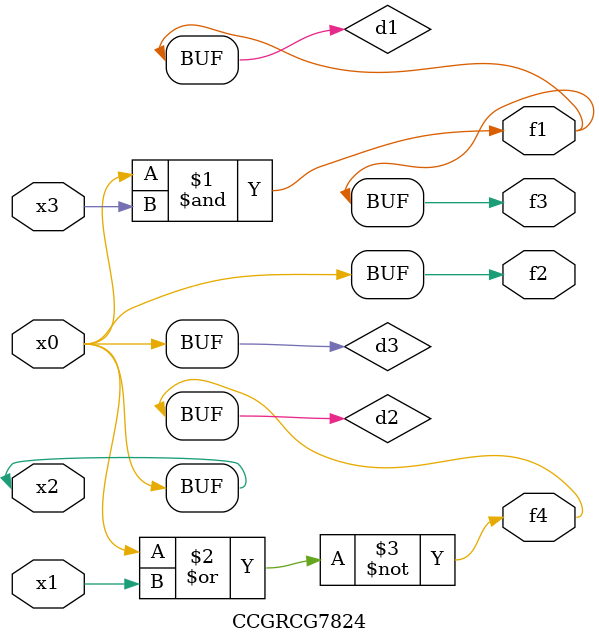
<source format=v>
module CCGRCG7824(
	input x0, x1, x2, x3,
	output f1, f2, f3, f4
);

	wire d1, d2, d3;

	and (d1, x2, x3);
	nor (d2, x0, x1);
	buf (d3, x0, x2);
	assign f1 = d1;
	assign f2 = d3;
	assign f3 = d1;
	assign f4 = d2;
endmodule

</source>
